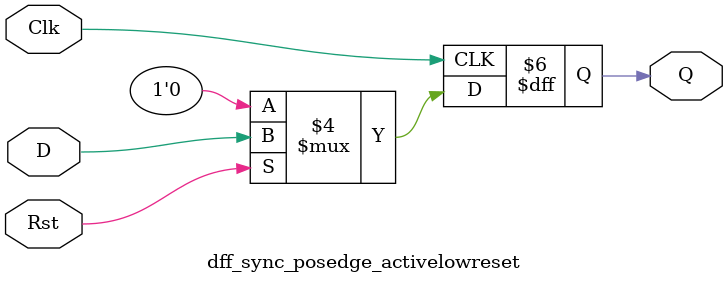
<source format=v>
module dff_sync_posedge_activelowreset(Q,D,Clk,Rst);

input D, Clk, Rst;
output reg Q;

always@(posedge Clk) //Synchronous because only updates with clock edge.
        if(!Rst)//typically used
                Q <= 1'b0;
        else
                Q <= D;

endmodule
</source>
